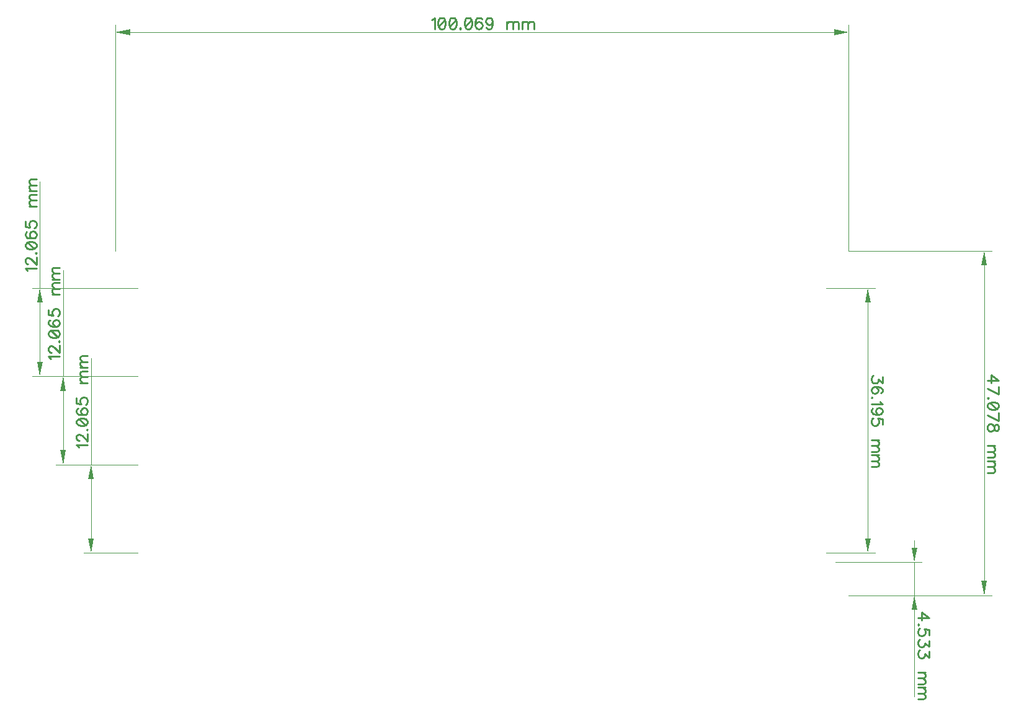
<source format=gbr>
G04 DipTrace 4.3.0.5*
G04 TopDimension.gbr*
%MOMM*%
G04 #@! TF.FileFunction,Drawing,Top*
G04 #@! TF.Part,Single*
%ADD15C,0.035*%
%ADD35C,0.23529*%
%FSLAX35Y35*%
G04*
G71*
G90*
G75*
G01*
G04 TopDimension*
%LPD*%
X5006877Y-4453753D2*
D15*
X6958000D1*
X5006877Y254000D2*
X6958000D1*
X6858000Y-2099877D2*
Y-4253753D1*
G36*
Y-4453753D2*
X6818000Y-4253753D1*
X6898000D1*
X6858000Y-4453753D1*
G37*
Y-2099877D2*
D15*
Y54000D1*
G36*
Y254000D2*
X6898000Y54000D1*
X6818000D1*
X6858000Y254000D1*
G37*
X-5000000D2*
D15*
Y3338500D1*
X5006877Y254000D2*
Y3338500D1*
X3438Y3238500D2*
X-4800000D1*
G36*
X-5000000D2*
X-4800000Y3278500D1*
Y3198500D1*
X-5000000Y3238500D1*
G37*
X3438D2*
D15*
X4806877D1*
G36*
X5006877D2*
X4806877Y3198500D1*
Y3278500D1*
X5006877Y3238500D1*
G37*
X4699000Y-254000D2*
D15*
X5370500D1*
X4699000Y-3873500D2*
X5370500D1*
X5270500Y-2063750D2*
Y-454000D1*
G36*
Y-254000D2*
X5310500Y-454000D1*
X5230500D1*
X5270500Y-254000D1*
G37*
Y-2063750D2*
D15*
Y-3673500D1*
G36*
Y-3873500D2*
X5230500Y-3673500D1*
X5310500D1*
X5270500Y-3873500D1*
G37*
X4826000Y-4000500D2*
D15*
X6005500D1*
X5006877Y-4453753D2*
X6005500D1*
X5905500Y-4000500D2*
Y-4453753D1*
Y-3700500D2*
Y-3800500D1*
G36*
Y-4000500D2*
X5865500Y-3800500D1*
X5945500D1*
X5905500Y-4000500D1*
G37*
Y-4753753D2*
D15*
Y-4653753D1*
G36*
Y-4453753D2*
X5945500Y-4653753D1*
X5865500D1*
X5905500Y-4453753D1*
G37*
Y-5835580D2*
D15*
Y-4000500D1*
X-4699000Y-254000D2*
X-6132500D1*
X-4699000Y-1460500D2*
X-6132500D1*
X-6032500Y-857250D2*
Y-454000D1*
G36*
Y-254000D2*
X-5992500Y-454000D1*
X-6072500D1*
X-6032500Y-254000D1*
G37*
Y-857250D2*
D15*
Y-1260500D1*
G36*
Y-1460500D2*
X-6072500Y-1260500D1*
X-5992500D1*
X-6032500Y-1460500D1*
G37*
Y1196786D2*
D15*
Y-254000D1*
X-4699000Y-1460500D2*
X-5815000D1*
X-4699000Y-2667000D2*
X-5815000D1*
X-5715000Y-2063750D2*
Y-1660500D1*
G36*
Y-1460500D2*
X-5675000Y-1660500D1*
X-5755000D1*
X-5715000Y-1460500D1*
G37*
Y-2063750D2*
D15*
Y-2467000D1*
G36*
Y-2667000D2*
X-5755000Y-2467000D1*
X-5675000D1*
X-5715000Y-2667000D1*
G37*
Y-9714D2*
D15*
Y-1460500D1*
X-4699000Y-2667000D2*
X-5434000D1*
X-4699000Y-3873500D2*
X-5434000D1*
X-5334000Y-3270250D2*
Y-2867000D1*
G36*
Y-2667000D2*
X-5294000Y-2867000D1*
X-5374000D1*
X-5334000Y-2667000D1*
G37*
Y-3270250D2*
D15*
Y-3673500D1*
G36*
Y-3873500D2*
X-5374000Y-3673500D1*
X-5294000D1*
X-5334000Y-3873500D1*
G37*
Y-1216214D2*
D15*
Y-2667000D1*
X6904523Y-1519183D2*
D35*
X7057486D1*
X6955567Y-1446239D1*
Y-1555570D1*
X6904523Y-1631773D2*
X7057486Y-1704717D1*
Y-1602629D1*
X6919179Y-1759019D2*
X6911767Y-1751776D1*
X6904523Y-1759019D1*
X6911767Y-1766432D1*
X6919179Y-1759019D1*
X7057486Y-1857291D2*
X7050242Y-1835391D1*
X7028342Y-1820734D1*
X6991955Y-1813491D1*
X6970055D1*
X6933667Y-1820734D1*
X6911767Y-1835391D1*
X6904523Y-1857291D1*
Y-1871778D1*
X6911767Y-1893678D1*
X6933667Y-1908166D1*
X6970055Y-1915578D1*
X6991955D1*
X7028342Y-1908166D1*
X7050242Y-1893678D1*
X7057486Y-1871778D1*
Y-1857291D1*
X7028342Y-1908166D2*
X6933667Y-1820734D1*
X6904523Y-1991781D2*
X7057486Y-2064725D1*
Y-1962637D1*
Y-2148171D2*
X7050242Y-2126440D1*
X7035755Y-2119028D1*
X7021098D1*
X7006611Y-2126440D1*
X6999198Y-2140928D1*
X6991955Y-2170071D1*
X6984711Y-2191971D1*
X6970055Y-2206459D1*
X6955567Y-2213703D1*
X6933667D1*
X6919179Y-2206459D1*
X6911767Y-2199215D1*
X6904523Y-2177315D1*
Y-2148171D1*
X6911767Y-2126440D1*
X6919179Y-2119028D1*
X6933667Y-2111784D1*
X6955567D1*
X6970055Y-2119028D1*
X6984711Y-2133684D1*
X6991955Y-2155415D1*
X6999198Y-2184559D1*
X7006611Y-2199215D1*
X7021098Y-2206459D1*
X7035755D1*
X7050242Y-2199215D1*
X7057486Y-2177315D1*
Y-2148171D1*
X7006611Y-2408897D2*
X6904523D1*
X6977467D2*
X6999367Y-2430797D1*
X7006611Y-2445454D1*
Y-2467185D1*
X6999367Y-2481841D1*
X6977467Y-2489085D1*
X6904523D1*
X6977467D2*
X6999367Y-2510985D1*
X7006611Y-2525641D1*
Y-2547373D1*
X6999367Y-2562029D1*
X6977467Y-2569441D1*
X6904523D1*
X7006611Y-2616500D2*
X6904523D1*
X6977467D2*
X6999367Y-2638400D1*
X7006611Y-2653056D1*
Y-2674788D1*
X6999367Y-2689444D1*
X6977467Y-2696688D1*
X6904523D1*
X6977467D2*
X6999367Y-2718588D1*
X7006611Y-2733244D1*
Y-2754976D1*
X6999367Y-2769632D1*
X6977467Y-2777044D1*
X6904523D1*
X-681141Y3408842D2*
X-666485Y3416255D1*
X-644585Y3437986D1*
Y3285023D1*
X-553726Y3437986D2*
X-575626Y3430742D1*
X-590282Y3408842D1*
X-597526Y3372455D1*
Y3350555D1*
X-590282Y3314167D1*
X-575626Y3292267D1*
X-553726Y3285023D1*
X-539239D1*
X-517339Y3292267D1*
X-502851Y3314167D1*
X-495439Y3350555D1*
Y3372455D1*
X-502851Y3408842D1*
X-517339Y3430742D1*
X-539239Y3437986D1*
X-553726D1*
X-502851Y3408842D2*
X-590282Y3314167D1*
X-404580Y3437986D2*
X-426480Y3430742D1*
X-441136Y3408842D1*
X-448380Y3372455D1*
Y3350555D1*
X-441136Y3314167D1*
X-426480Y3292267D1*
X-404580Y3285023D1*
X-390092D1*
X-368192Y3292267D1*
X-353704Y3314167D1*
X-346292Y3350555D1*
Y3372455D1*
X-353704Y3408842D1*
X-368192Y3430742D1*
X-390092Y3437986D1*
X-404580D1*
X-353704Y3408842D2*
X-441136Y3314167D1*
X-291989Y3299679D2*
X-299233Y3292267D1*
X-291989Y3285023D1*
X-284577Y3292267D1*
X-291989Y3299679D1*
X-193718Y3437986D2*
X-215618Y3430742D1*
X-230274Y3408842D1*
X-237518Y3372455D1*
Y3350555D1*
X-230274Y3314167D1*
X-215618Y3292267D1*
X-193718Y3285023D1*
X-179231D1*
X-157331Y3292267D1*
X-142843Y3314167D1*
X-135431Y3350555D1*
Y3372455D1*
X-142843Y3408842D1*
X-157331Y3430742D1*
X-179231Y3437986D1*
X-193718D1*
X-142843Y3408842D2*
X-230274Y3314167D1*
X-940Y3416255D2*
X-8184Y3430742D1*
X-30084Y3437986D1*
X-44572D1*
X-66472Y3430742D1*
X-81128Y3408842D1*
X-88372Y3372455D1*
Y3336067D1*
X-81128Y3306923D1*
X-66472Y3292267D1*
X-44572Y3285023D1*
X-37328D1*
X-15596Y3292267D1*
X-940Y3306923D1*
X6304Y3328823D1*
Y3336067D1*
X-940Y3357967D1*
X-15596Y3372455D1*
X-37328Y3379698D1*
X-44572D1*
X-66472Y3372455D1*
X-81128Y3357967D1*
X-88372Y3336067D1*
X148206Y3387111D2*
X140794Y3365211D1*
X126306Y3350555D1*
X104406Y3343311D1*
X97162D1*
X75262Y3350555D1*
X60775Y3365211D1*
X53362Y3387111D1*
Y3394355D1*
X60775Y3416255D1*
X75262Y3430742D1*
X97162Y3437986D1*
X104406D1*
X126306Y3430742D1*
X140794Y3416255D1*
X148206Y3387111D1*
Y3350555D1*
X140794Y3314167D1*
X126306Y3292267D1*
X104406Y3285023D1*
X89919D1*
X68019Y3292267D1*
X60775Y3306923D1*
X343401Y3387111D2*
Y3285023D1*
Y3357967D2*
X365301Y3379867D1*
X379957Y3387111D1*
X401689D1*
X416345Y3379867D1*
X423589Y3357967D1*
Y3285023D1*
Y3357967D2*
X445489Y3379867D1*
X460145Y3387111D1*
X481876D1*
X496532Y3379867D1*
X503945Y3357967D1*
Y3285023D1*
X551004Y3387111D2*
Y3285023D1*
Y3357967D2*
X572904Y3379867D1*
X587560Y3387111D1*
X609291D1*
X623947Y3379867D1*
X631191Y3357967D1*
Y3285023D1*
Y3357967D2*
X653091Y3379867D1*
X667747Y3387111D1*
X689479D1*
X704135Y3379867D1*
X711547Y3357967D1*
Y3285023D1*
X5469986Y-1468400D2*
Y-1548419D1*
X5411698Y-1504787D1*
Y-1526687D1*
X5404455Y-1541175D1*
X5397211Y-1548419D1*
X5375311Y-1555831D1*
X5360823D1*
X5338923Y-1548419D1*
X5324267Y-1533931D1*
X5317023Y-1512031D1*
Y-1490131D1*
X5324267Y-1468400D1*
X5331679Y-1461156D1*
X5346167Y-1453744D1*
X5448255Y-1690322D2*
X5462742Y-1683078D1*
X5469986Y-1661178D1*
Y-1646690D1*
X5462742Y-1624790D1*
X5440842Y-1610134D1*
X5404455Y-1602890D1*
X5368067D1*
X5338923Y-1610134D1*
X5324267Y-1624790D1*
X5317023Y-1646690D1*
Y-1653934D1*
X5324267Y-1675666D1*
X5338923Y-1690322D1*
X5360823Y-1697566D1*
X5368067D1*
X5389967Y-1690322D1*
X5404455Y-1675666D1*
X5411698Y-1653934D1*
Y-1646690D1*
X5404455Y-1624790D1*
X5389967Y-1610134D1*
X5368067Y-1602890D1*
X5331679Y-1751868D2*
X5324267Y-1744624D1*
X5317023Y-1751868D1*
X5324267Y-1759281D1*
X5331679Y-1751868D1*
X5440842Y-1806339D2*
X5448255Y-1820995D1*
X5469986Y-1842895D1*
X5317023D1*
X5419111Y-1984798D2*
X5397211Y-1977386D1*
X5382555Y-1962898D1*
X5375311Y-1940998D1*
Y-1933754D1*
X5382555Y-1911854D1*
X5397211Y-1897367D1*
X5419111Y-1889954D1*
X5426355D1*
X5448255Y-1897367D1*
X5462742Y-1911854D1*
X5469986Y-1933754D1*
Y-1940998D1*
X5462742Y-1962898D1*
X5448255Y-1977386D1*
X5419111Y-1984798D1*
X5382555D1*
X5346167Y-1977386D1*
X5324267Y-1962898D1*
X5317023Y-1940998D1*
Y-1926510D1*
X5324267Y-1904610D1*
X5338923Y-1897367D1*
X5469986Y-2119289D2*
Y-2046513D1*
X5404455Y-2039269D1*
X5411698Y-2046513D1*
X5419111Y-2068413D1*
Y-2090145D1*
X5411698Y-2112045D1*
X5397211Y-2126701D1*
X5375311Y-2133945D1*
X5360823D1*
X5338923Y-2126701D1*
X5324267Y-2112045D1*
X5317023Y-2090145D1*
Y-2068413D1*
X5324267Y-2046513D1*
X5331679Y-2039269D1*
X5346167Y-2031857D1*
X5419111Y-2329139D2*
X5317023D1*
X5389967D2*
X5411867Y-2351039D1*
X5419111Y-2365695D1*
Y-2387427D1*
X5411867Y-2402083D1*
X5389967Y-2409327D1*
X5317023D1*
X5389967D2*
X5411867Y-2431227D1*
X5419111Y-2445883D1*
Y-2467615D1*
X5411867Y-2482271D1*
X5389967Y-2489683D1*
X5317023D1*
X5419111Y-2536742D2*
X5317023D1*
X5389967D2*
X5411867Y-2558642D1*
X5419111Y-2573298D1*
Y-2595030D1*
X5411867Y-2609686D1*
X5389967Y-2616930D1*
X5317023D1*
X5389967D2*
X5411867Y-2638830D1*
X5419111Y-2653486D1*
Y-2675217D1*
X5411867Y-2689873D1*
X5389967Y-2697286D1*
X5317023D1*
X5952023Y-4761991D2*
X6104986D1*
X6003067Y-4689047D1*
Y-4798379D1*
X5966679Y-4852682D2*
X5959267Y-4845438D1*
X5952023Y-4852682D1*
X5959267Y-4860094D1*
X5966679Y-4852682D1*
X6104986Y-4994584D2*
Y-4921809D1*
X6039455Y-4914565D1*
X6046698Y-4921809D1*
X6054111Y-4943709D1*
Y-4965440D1*
X6046698Y-4987340D1*
X6032211Y-5001997D1*
X6010311Y-5009240D1*
X5995823D1*
X5973923Y-5001997D1*
X5959267Y-4987340D1*
X5952023Y-4965440D1*
Y-4943709D1*
X5959267Y-4921809D1*
X5966679Y-4914565D1*
X5981167Y-4907153D1*
X6104986Y-5070955D2*
Y-5150975D1*
X6046698Y-5107343D1*
Y-5129243D1*
X6039455Y-5143731D1*
X6032211Y-5150975D1*
X6010311Y-5158387D1*
X5995823D1*
X5973923Y-5150975D1*
X5959267Y-5136487D1*
X5952023Y-5114587D1*
Y-5092687D1*
X5959267Y-5070955D1*
X5966679Y-5063712D1*
X5981167Y-5056299D1*
X6104986Y-5220102D2*
Y-5300121D1*
X6046698Y-5256490D1*
Y-5278390D1*
X6039455Y-5292877D1*
X6032211Y-5300121D1*
X6010311Y-5307534D1*
X5995823D1*
X5973923Y-5300121D1*
X5959267Y-5285634D1*
X5952023Y-5263734D1*
Y-5241834D1*
X5959267Y-5220102D1*
X5966679Y-5212858D1*
X5981167Y-5205446D1*
X6054111Y-5502728D2*
X5952023D1*
X6024967D2*
X6046867Y-5524628D1*
X6054111Y-5539284D1*
Y-5561016D1*
X6046867Y-5575672D1*
X6024967Y-5582916D1*
X5952023D1*
X6024967D2*
X6046867Y-5604816D1*
X6054111Y-5619472D1*
Y-5641203D1*
X6046867Y-5655860D1*
X6024967Y-5663272D1*
X5952023D1*
X6054111Y-5710331D2*
X5952023D1*
X6024967D2*
X6046867Y-5732231D1*
X6054111Y-5746887D1*
Y-5768618D1*
X6046867Y-5783275D1*
X6024967Y-5790518D1*
X5952023D1*
X6024967D2*
X6046867Y-5812418D1*
X6054111Y-5827075D1*
Y-5848806D1*
X6046867Y-5863462D1*
X6024967Y-5870875D1*
X5952023D1*
X-6202842Y-18706D2*
X-6210255Y-4050D1*
X-6231986Y17850D1*
X-6079023D1*
X-6195598Y72321D2*
X-6202842D1*
X-6217498Y79565D1*
X-6224742Y86809D1*
X-6231986Y101465D1*
Y130609D1*
X-6224742Y145097D1*
X-6217498Y152341D1*
X-6202842Y159753D1*
X-6188355D1*
X-6173698Y152341D1*
X-6151967Y137853D1*
X-6079023Y64909D1*
Y166997D1*
X-6093679Y221299D2*
X-6086267Y214056D1*
X-6079023Y221299D1*
X-6086267Y228712D1*
X-6093679Y221299D1*
X-6231986Y319571D2*
X-6224742Y297671D1*
X-6202842Y283014D1*
X-6166455Y275771D1*
X-6144555D1*
X-6108167Y283014D1*
X-6086267Y297671D1*
X-6079023Y319571D1*
Y334058D1*
X-6086267Y355958D1*
X-6108167Y370446D1*
X-6144555Y377858D1*
X-6166455D1*
X-6202842Y370446D1*
X-6224742Y355958D1*
X-6231986Y334058D1*
Y319571D1*
X-6202842Y370446D2*
X-6108167Y283014D1*
X-6210255Y512349D2*
X-6224742Y505105D1*
X-6231986Y483205D1*
Y468717D1*
X-6224742Y446817D1*
X-6202842Y432161D1*
X-6166455Y424917D1*
X-6130067D1*
X-6100923Y432161D1*
X-6086267Y446817D1*
X-6079023Y468717D1*
Y475961D1*
X-6086267Y497692D1*
X-6100923Y512349D1*
X-6122823Y519592D1*
X-6130067D1*
X-6151967Y512349D1*
X-6166455Y497692D1*
X-6173698Y475961D1*
Y468717D1*
X-6166455Y446817D1*
X-6151967Y432161D1*
X-6130067Y424917D1*
X-6231986Y654083D2*
Y581307D1*
X-6166455Y574064D1*
X-6173698Y581307D1*
X-6181111Y603207D1*
Y624939D1*
X-6173698Y646839D1*
X-6159211Y661495D1*
X-6137311Y668739D1*
X-6122823D1*
X-6100923Y661495D1*
X-6086267Y646839D1*
X-6079023Y624939D1*
Y603207D1*
X-6086267Y581307D1*
X-6093679Y574064D1*
X-6108167Y566651D1*
X-6181111Y863934D2*
X-6079023D1*
X-6151967D2*
X-6173867Y885834D1*
X-6181111Y900490D1*
Y922221D1*
X-6173867Y936877D1*
X-6151967Y944121D1*
X-6079023D1*
X-6151967D2*
X-6173867Y966021D1*
X-6181111Y980677D1*
Y1002409D1*
X-6173867Y1017065D1*
X-6151967Y1024477D1*
X-6079023D1*
X-6181111Y1071536D2*
X-6079023D1*
X-6151967D2*
X-6173867Y1093436D1*
X-6181111Y1108092D1*
Y1129824D1*
X-6173867Y1144480D1*
X-6151967Y1151724D1*
X-6079023D1*
X-6151967D2*
X-6173867Y1173624D1*
X-6181111Y1188280D1*
Y1210012D1*
X-6173867Y1224668D1*
X-6151967Y1232080D1*
X-6079023D1*
X-5885342Y-1225206D2*
X-5892755Y-1210550D1*
X-5914486Y-1188650D1*
X-5761523D1*
X-5878098Y-1134179D2*
X-5885342D1*
X-5899998Y-1126935D1*
X-5907242Y-1119691D1*
X-5914486Y-1105035D1*
Y-1075891D1*
X-5907242Y-1061403D1*
X-5899998Y-1054159D1*
X-5885342Y-1046747D1*
X-5870855D1*
X-5856198Y-1054159D1*
X-5834467Y-1068647D1*
X-5761523Y-1141591D1*
Y-1039503D1*
X-5776179Y-985201D2*
X-5768767Y-992444D1*
X-5761523Y-985201D1*
X-5768767Y-977788D1*
X-5776179Y-985201D1*
X-5914486Y-886929D2*
X-5907242Y-908829D1*
X-5885342Y-923486D1*
X-5848955Y-930729D1*
X-5827055D1*
X-5790667Y-923486D1*
X-5768767Y-908829D1*
X-5761523Y-886929D1*
Y-872442D1*
X-5768767Y-850542D1*
X-5790667Y-836054D1*
X-5827055Y-828642D1*
X-5848955D1*
X-5885342Y-836054D1*
X-5907242Y-850542D1*
X-5914486Y-872442D1*
Y-886929D1*
X-5885342Y-836054D2*
X-5790667Y-923486D1*
X-5892755Y-694151D2*
X-5907242Y-701395D1*
X-5914486Y-723295D1*
Y-737783D1*
X-5907242Y-759683D1*
X-5885342Y-774339D1*
X-5848955Y-781583D1*
X-5812567D1*
X-5783423Y-774339D1*
X-5768767Y-759683D1*
X-5761523Y-737783D1*
Y-730539D1*
X-5768767Y-708808D1*
X-5783423Y-694151D1*
X-5805323Y-686908D1*
X-5812567D1*
X-5834467Y-694151D1*
X-5848955Y-708808D1*
X-5856198Y-730539D1*
Y-737783D1*
X-5848955Y-759683D1*
X-5834467Y-774339D1*
X-5812567Y-781583D1*
X-5914486Y-552417D2*
Y-625193D1*
X-5848955Y-632436D1*
X-5856198Y-625193D1*
X-5863611Y-603293D1*
Y-581561D1*
X-5856198Y-559661D1*
X-5841711Y-545005D1*
X-5819811Y-537761D1*
X-5805323D1*
X-5783423Y-545005D1*
X-5768767Y-559661D1*
X-5761523Y-581561D1*
Y-603293D1*
X-5768767Y-625193D1*
X-5776179Y-632436D1*
X-5790667Y-639849D1*
X-5863611Y-342566D2*
X-5761523D1*
X-5834467D2*
X-5856367Y-320666D1*
X-5863611Y-306010D1*
Y-284279D1*
X-5856367Y-269623D1*
X-5834467Y-262379D1*
X-5761523D1*
X-5834467D2*
X-5856367Y-240479D1*
X-5863611Y-225823D1*
Y-204091D1*
X-5856367Y-189435D1*
X-5834467Y-182023D1*
X-5761523D1*
X-5863611Y-134964D2*
X-5761523D1*
X-5834467D2*
X-5856367Y-113064D1*
X-5863611Y-98408D1*
Y-76676D1*
X-5856367Y-62020D1*
X-5834467Y-54776D1*
X-5761523D1*
X-5834467D2*
X-5856367Y-32876D1*
X-5863611Y-18220D1*
Y3512D1*
X-5856367Y18168D1*
X-5834467Y25580D1*
X-5761523D1*
X-5504342Y-2431706D2*
X-5511755Y-2417050D1*
X-5533486Y-2395150D1*
X-5380523D1*
X-5497098Y-2340679D2*
X-5504342D1*
X-5518998Y-2333435D1*
X-5526242Y-2326191D1*
X-5533486Y-2311535D1*
Y-2282391D1*
X-5526242Y-2267903D1*
X-5518998Y-2260659D1*
X-5504342Y-2253247D1*
X-5489855D1*
X-5475198Y-2260659D1*
X-5453467Y-2275147D1*
X-5380523Y-2348091D1*
Y-2246003D1*
X-5395179Y-2191701D2*
X-5387767Y-2198944D1*
X-5380523Y-2191701D1*
X-5387767Y-2184288D1*
X-5395179Y-2191701D1*
X-5533486Y-2093429D2*
X-5526242Y-2115329D1*
X-5504342Y-2129986D1*
X-5467955Y-2137229D1*
X-5446055D1*
X-5409667Y-2129986D1*
X-5387767Y-2115329D1*
X-5380523Y-2093429D1*
Y-2078942D1*
X-5387767Y-2057042D1*
X-5409667Y-2042554D1*
X-5446055Y-2035142D1*
X-5467955D1*
X-5504342Y-2042554D1*
X-5526242Y-2057042D1*
X-5533486Y-2078942D1*
Y-2093429D1*
X-5504342Y-2042554D2*
X-5409667Y-2129986D1*
X-5511755Y-1900651D2*
X-5526242Y-1907895D1*
X-5533486Y-1929795D1*
Y-1944283D1*
X-5526242Y-1966183D1*
X-5504342Y-1980839D1*
X-5467955Y-1988083D1*
X-5431567D1*
X-5402423Y-1980839D1*
X-5387767Y-1966183D1*
X-5380523Y-1944283D1*
Y-1937039D1*
X-5387767Y-1915308D1*
X-5402423Y-1900651D1*
X-5424323Y-1893408D1*
X-5431567D1*
X-5453467Y-1900651D1*
X-5467955Y-1915308D1*
X-5475198Y-1937039D1*
Y-1944283D1*
X-5467955Y-1966183D1*
X-5453467Y-1980839D1*
X-5431567Y-1988083D1*
X-5533486Y-1758917D2*
Y-1831693D1*
X-5467955Y-1838936D1*
X-5475198Y-1831693D1*
X-5482611Y-1809793D1*
Y-1788061D1*
X-5475198Y-1766161D1*
X-5460711Y-1751505D1*
X-5438811Y-1744261D1*
X-5424323D1*
X-5402423Y-1751505D1*
X-5387767Y-1766161D1*
X-5380523Y-1788061D1*
Y-1809793D1*
X-5387767Y-1831693D1*
X-5395179Y-1838936D1*
X-5409667Y-1846349D1*
X-5482611Y-1549066D2*
X-5380523D1*
X-5453467D2*
X-5475367Y-1527166D1*
X-5482611Y-1512510D1*
Y-1490779D1*
X-5475367Y-1476123D1*
X-5453467Y-1468879D1*
X-5380523D1*
X-5453467D2*
X-5475367Y-1446979D1*
X-5482611Y-1432323D1*
Y-1410591D1*
X-5475367Y-1395935D1*
X-5453467Y-1388523D1*
X-5380523D1*
X-5482611Y-1341464D2*
X-5380523D1*
X-5453467D2*
X-5475367Y-1319564D1*
X-5482611Y-1304908D1*
Y-1283176D1*
X-5475367Y-1268520D1*
X-5453467Y-1261276D1*
X-5380523D1*
X-5453467D2*
X-5475367Y-1239376D1*
X-5482611Y-1224720D1*
Y-1202988D1*
X-5475367Y-1188332D1*
X-5453467Y-1180920D1*
X-5380523D1*
M02*

</source>
